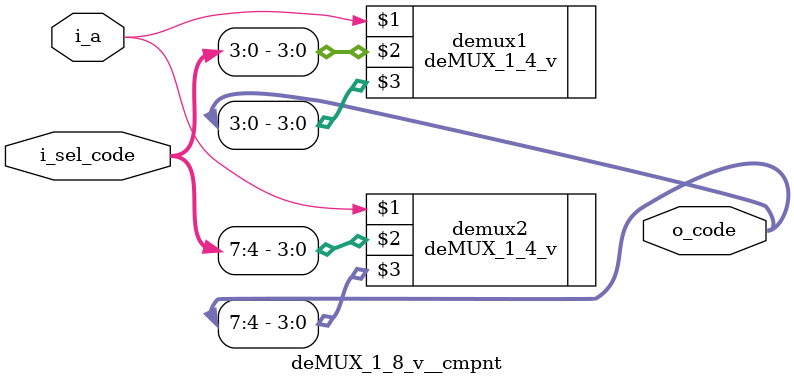
<source format=v>

module deMUX_1_8_v__behavior
  (
  input  i_a,
  input  [7:0] i_sel_code, 
  output [7:0] o_code);
  
  assign o_code[0] = (i_a & i_sel_code[0]) ? 1 : 0;
  assign o_code[1] = (i_a & i_sel_code[1]) ? 1 : 0;
  assign o_code[2] = (i_a & i_sel_code[2]) ? 1 : 0;
  assign o_code[3] = (i_a & i_sel_code[3]) ? 1 : 0;
  assign o_code[4] = (i_a & i_sel_code[4]) ? 1 : 0;
  assign o_code[5] = (i_a & i_sel_code[5]) ? 1 : 0;
  assign o_code[6] = (i_a & i_sel_code[6]) ? 1 : 0;
  assign o_code[7] = (i_a & i_sel_code[7]) ? 1 : 0;
  
endmodule



////////////////////////////////
//  Component Model - Using 4:1 deMUX's
////////////////////////////////
module deMUX_1_8_v__cmpnt
  (
  input  i_a,
  input  [7:0] i_sel_code, 
  output [7:0] o_code);
  
  
  deMUX_1_4_v demux1 (i_a, i_sel_code[3:0], o_code[3:0]);
  deMUX_1_4_v demux2 (i_a, i_sel_code[7:4], o_code[7:4]);
  
endmodule






























</source>
